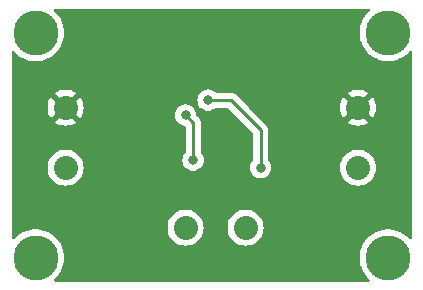
<source format=gbr>
%TF.GenerationSoftware,KiCad,Pcbnew,(6.0.10)*%
%TF.CreationDate,2023-01-28T16:26:22+05:30*%
%TF.ProjectId,protectionCkt,70726f74-6563-4746-996f-6e436b742e6b,rev?*%
%TF.SameCoordinates,Original*%
%TF.FileFunction,Copper,L2,Bot*%
%TF.FilePolarity,Positive*%
%FSLAX46Y46*%
G04 Gerber Fmt 4.6, Leading zero omitted, Abs format (unit mm)*
G04 Created by KiCad (PCBNEW (6.0.10)) date 2023-01-28 16:26:22*
%MOMM*%
%LPD*%
G01*
G04 APERTURE LIST*
%TA.AperFunction,ComponentPad*%
%ADD10C,3.800000*%
%TD*%
%TA.AperFunction,ComponentPad*%
%ADD11C,2.032000*%
%TD*%
%TA.AperFunction,ViaPad*%
%ADD12C,0.800000*%
%TD*%
%TA.AperFunction,Conductor*%
%ADD13C,0.250000*%
%TD*%
G04 APERTURE END LIST*
D10*
%TO.P,REF\u002A\u002A,1*%
%TO.N,N/C*%
X112395000Y-84455000D03*
%TD*%
%TO.P,REF\u002A\u002A,1*%
%TO.N,N/C*%
X142240000Y-103505000D03*
%TD*%
D11*
%TO.P,U5,1,1*%
%TO.N,Net-(C1-Pad2)*%
X139700000Y-95885000D03*
%TO.P,U5,2,2*%
%TO.N,GND*%
X139700000Y-90805000D03*
%TD*%
%TO.P,U1,1,1*%
%TO.N,VCC*%
X114935000Y-95885000D03*
%TO.P,U1,2,2*%
%TO.N,GND*%
X114935000Y-90805000D03*
%TD*%
D10*
%TO.P,REF\u002A\u002A,1*%
%TO.N,N/C*%
X112395000Y-103505000D03*
%TD*%
D11*
%TO.P,U2,1,1*%
%TO.N,Net-(U2-Pad1)*%
X125095000Y-100965000D03*
%TO.P,U2,2,2*%
%TO.N,unconnected-(U2-Pad2)*%
X130175000Y-100965000D03*
%TD*%
D10*
%TO.P,REF\u002A\u002A,1*%
%TO.N,N/C*%
X142240000Y-84455000D03*
%TD*%
D12*
%TO.N,Net-(U2-Pad1)*%
X127000000Y-90170000D03*
X131445000Y-95885000D03*
%TO.N,Net-(U3-Pad3)*%
X125730000Y-95250000D03*
X125095000Y-91440000D03*
%TD*%
D13*
%TO.N,Net-(U2-Pad1)*%
X127000000Y-90170000D02*
X128905000Y-90170000D01*
X128905000Y-90170000D02*
X131445000Y-92710000D01*
X131445000Y-92710000D02*
X131445000Y-95885000D01*
%TO.N,Net-(U3-Pad3)*%
X125730000Y-92075000D02*
X125730000Y-95250000D01*
X125095000Y-91440000D02*
X125730000Y-92075000D01*
%TD*%
%TA.AperFunction,Conductor*%
%TO.N,GND*%
G36*
X140634825Y-82443502D02*
G01*
X140681318Y-82497158D01*
X140691422Y-82567432D01*
X140661928Y-82632012D01*
X140652959Y-82641348D01*
X140480808Y-82803008D01*
X140287630Y-83036520D01*
X140125242Y-83292402D01*
X139996206Y-83566619D01*
X139902555Y-83854846D01*
X139845767Y-84152538D01*
X139826738Y-84455000D01*
X139845767Y-84757462D01*
X139902555Y-85055154D01*
X139996206Y-85343381D01*
X140125242Y-85617598D01*
X140287630Y-85873480D01*
X140480808Y-86106992D01*
X140701729Y-86314450D01*
X140946910Y-86492584D01*
X141212483Y-86638585D01*
X141216152Y-86640038D01*
X141216157Y-86640040D01*
X141490591Y-86748696D01*
X141494261Y-86750149D01*
X141787800Y-86825516D01*
X142088470Y-86863500D01*
X142391530Y-86863500D01*
X142692200Y-86825516D01*
X142985739Y-86750149D01*
X142989409Y-86748696D01*
X143263843Y-86640040D01*
X143263848Y-86640038D01*
X143267517Y-86638585D01*
X143533090Y-86492584D01*
X143778271Y-86314450D01*
X143999192Y-86106992D01*
X144048416Y-86047491D01*
X144107249Y-86007753D01*
X144178227Y-86006132D01*
X144238815Y-86043141D01*
X144269775Y-86107031D01*
X144271500Y-86127807D01*
X144271500Y-101832193D01*
X144251498Y-101900314D01*
X144197842Y-101946807D01*
X144127568Y-101956911D01*
X144062988Y-101927417D01*
X144048416Y-101912509D01*
X144001718Y-101856061D01*
X144001715Y-101856058D01*
X143999192Y-101853008D01*
X143778271Y-101645550D01*
X143533090Y-101467416D01*
X143267517Y-101321415D01*
X143263848Y-101319962D01*
X143263843Y-101319960D01*
X142989409Y-101211304D01*
X142989408Y-101211304D01*
X142985739Y-101209851D01*
X142692200Y-101134484D01*
X142391530Y-101096500D01*
X142088470Y-101096500D01*
X141787800Y-101134484D01*
X141494261Y-101209851D01*
X141490592Y-101211304D01*
X141490591Y-101211304D01*
X141216157Y-101319960D01*
X141216152Y-101319962D01*
X141212483Y-101321415D01*
X140946910Y-101467416D01*
X140701729Y-101645550D01*
X140480808Y-101853008D01*
X140287630Y-102086520D01*
X140125242Y-102342402D01*
X139996206Y-102616619D01*
X139902555Y-102904846D01*
X139845767Y-103202538D01*
X139826738Y-103505000D01*
X139845767Y-103807462D01*
X139902555Y-104105154D01*
X139996206Y-104393381D01*
X140125242Y-104667598D01*
X140287630Y-104923480D01*
X140480808Y-105156992D01*
X140483695Y-105159703D01*
X140652957Y-105318650D01*
X140688922Y-105379862D01*
X140686085Y-105450802D01*
X140645344Y-105508946D01*
X140579636Y-105535835D01*
X140566704Y-105536500D01*
X114068296Y-105536500D01*
X114000175Y-105516498D01*
X113953682Y-105462842D01*
X113943578Y-105392568D01*
X113973072Y-105327988D01*
X113982043Y-105318650D01*
X114151305Y-105159703D01*
X114154192Y-105156992D01*
X114347370Y-104923480D01*
X114509758Y-104667598D01*
X114638794Y-104393381D01*
X114732445Y-104105154D01*
X114789233Y-103807462D01*
X114808262Y-103505000D01*
X114789233Y-103202538D01*
X114732445Y-102904846D01*
X114638794Y-102616619D01*
X114509758Y-102342402D01*
X114347370Y-102086520D01*
X114154192Y-101853008D01*
X113933271Y-101645550D01*
X113688090Y-101467416D01*
X113422517Y-101321415D01*
X113418848Y-101319962D01*
X113418843Y-101319960D01*
X113144409Y-101211304D01*
X113144408Y-101211304D01*
X113140739Y-101209851D01*
X112847200Y-101134484D01*
X112546530Y-101096500D01*
X112243470Y-101096500D01*
X111942800Y-101134484D01*
X111649261Y-101209851D01*
X111645592Y-101211304D01*
X111645591Y-101211304D01*
X111371157Y-101319960D01*
X111371152Y-101319962D01*
X111367483Y-101321415D01*
X111101910Y-101467416D01*
X110856729Y-101645550D01*
X110635808Y-101853008D01*
X110633285Y-101856058D01*
X110633282Y-101856061D01*
X110586584Y-101912509D01*
X110527751Y-101952247D01*
X110456773Y-101953868D01*
X110396185Y-101916859D01*
X110365225Y-101852969D01*
X110363500Y-101832193D01*
X110363500Y-100965000D01*
X123565786Y-100965000D01*
X123584613Y-101204222D01*
X123585767Y-101209029D01*
X123585768Y-101209035D01*
X123585964Y-101209851D01*
X123640631Y-101437553D01*
X123642524Y-101442124D01*
X123642525Y-101442126D01*
X123727909Y-101648261D01*
X123732460Y-101659249D01*
X123857840Y-101863849D01*
X124013682Y-102046318D01*
X124196151Y-102202160D01*
X124400751Y-102327540D01*
X124405321Y-102329433D01*
X124405323Y-102329434D01*
X124617874Y-102417475D01*
X124622447Y-102419369D01*
X124704037Y-102438957D01*
X124850965Y-102474232D01*
X124850971Y-102474233D01*
X124855778Y-102475387D01*
X125095000Y-102494214D01*
X125334222Y-102475387D01*
X125339029Y-102474233D01*
X125339035Y-102474232D01*
X125485963Y-102438957D01*
X125567553Y-102419369D01*
X125572126Y-102417475D01*
X125784677Y-102329434D01*
X125784679Y-102329433D01*
X125789249Y-102327540D01*
X125993849Y-102202160D01*
X126176318Y-102046318D01*
X126332160Y-101863849D01*
X126457540Y-101659249D01*
X126462092Y-101648261D01*
X126547475Y-101442126D01*
X126547476Y-101442124D01*
X126549369Y-101437553D01*
X126604036Y-101209851D01*
X126604232Y-101209035D01*
X126604233Y-101209029D01*
X126605387Y-101204222D01*
X126624214Y-100965000D01*
X128645786Y-100965000D01*
X128664613Y-101204222D01*
X128665767Y-101209029D01*
X128665768Y-101209035D01*
X128665964Y-101209851D01*
X128720631Y-101437553D01*
X128722524Y-101442124D01*
X128722525Y-101442126D01*
X128807909Y-101648261D01*
X128812460Y-101659249D01*
X128937840Y-101863849D01*
X129093682Y-102046318D01*
X129276151Y-102202160D01*
X129480751Y-102327540D01*
X129485321Y-102329433D01*
X129485323Y-102329434D01*
X129697874Y-102417475D01*
X129702447Y-102419369D01*
X129784037Y-102438957D01*
X129930965Y-102474232D01*
X129930971Y-102474233D01*
X129935778Y-102475387D01*
X130175000Y-102494214D01*
X130414222Y-102475387D01*
X130419029Y-102474233D01*
X130419035Y-102474232D01*
X130565963Y-102438957D01*
X130647553Y-102419369D01*
X130652126Y-102417475D01*
X130864677Y-102329434D01*
X130864679Y-102329433D01*
X130869249Y-102327540D01*
X131073849Y-102202160D01*
X131256318Y-102046318D01*
X131412160Y-101863849D01*
X131537540Y-101659249D01*
X131542092Y-101648261D01*
X131627475Y-101442126D01*
X131627476Y-101442124D01*
X131629369Y-101437553D01*
X131684036Y-101209851D01*
X131684232Y-101209035D01*
X131684233Y-101209029D01*
X131685387Y-101204222D01*
X131704214Y-100965000D01*
X131685387Y-100725778D01*
X131684233Y-100720971D01*
X131684232Y-100720965D01*
X131630524Y-100497259D01*
X131629369Y-100492447D01*
X131537540Y-100270751D01*
X131412160Y-100066151D01*
X131256318Y-99883682D01*
X131073849Y-99727840D01*
X130869249Y-99602460D01*
X130864679Y-99600567D01*
X130864677Y-99600566D01*
X130652126Y-99512525D01*
X130652124Y-99512524D01*
X130647553Y-99510631D01*
X130565963Y-99491043D01*
X130419035Y-99455768D01*
X130419029Y-99455767D01*
X130414222Y-99454613D01*
X130175000Y-99435786D01*
X129935778Y-99454613D01*
X129930971Y-99455767D01*
X129930965Y-99455768D01*
X129784037Y-99491043D01*
X129702447Y-99510631D01*
X129697876Y-99512524D01*
X129697874Y-99512525D01*
X129485323Y-99600566D01*
X129485321Y-99600567D01*
X129480751Y-99602460D01*
X129276151Y-99727840D01*
X129093682Y-99883682D01*
X128937840Y-100066151D01*
X128812460Y-100270751D01*
X128720631Y-100492447D01*
X128719476Y-100497259D01*
X128665768Y-100720965D01*
X128665767Y-100720971D01*
X128664613Y-100725778D01*
X128645786Y-100965000D01*
X126624214Y-100965000D01*
X126605387Y-100725778D01*
X126604233Y-100720971D01*
X126604232Y-100720965D01*
X126550524Y-100497259D01*
X126549369Y-100492447D01*
X126457540Y-100270751D01*
X126332160Y-100066151D01*
X126176318Y-99883682D01*
X125993849Y-99727840D01*
X125789249Y-99602460D01*
X125784679Y-99600567D01*
X125784677Y-99600566D01*
X125572126Y-99512525D01*
X125572124Y-99512524D01*
X125567553Y-99510631D01*
X125485963Y-99491043D01*
X125339035Y-99455768D01*
X125339029Y-99455767D01*
X125334222Y-99454613D01*
X125095000Y-99435786D01*
X124855778Y-99454613D01*
X124850971Y-99455767D01*
X124850965Y-99455768D01*
X124704037Y-99491043D01*
X124622447Y-99510631D01*
X124617876Y-99512524D01*
X124617874Y-99512525D01*
X124405323Y-99600566D01*
X124405321Y-99600567D01*
X124400751Y-99602460D01*
X124196151Y-99727840D01*
X124013682Y-99883682D01*
X123857840Y-100066151D01*
X123732460Y-100270751D01*
X123640631Y-100492447D01*
X123639476Y-100497259D01*
X123585768Y-100720965D01*
X123585767Y-100720971D01*
X123584613Y-100725778D01*
X123565786Y-100965000D01*
X110363500Y-100965000D01*
X110363500Y-95885000D01*
X113405786Y-95885000D01*
X113424613Y-96124222D01*
X113425767Y-96129029D01*
X113425768Y-96129035D01*
X113432513Y-96157128D01*
X113480631Y-96357553D01*
X113482524Y-96362124D01*
X113482525Y-96362126D01*
X113567697Y-96567749D01*
X113572460Y-96579249D01*
X113697840Y-96783849D01*
X113853682Y-96966318D01*
X114036151Y-97122160D01*
X114240751Y-97247540D01*
X114245321Y-97249433D01*
X114245323Y-97249434D01*
X114457874Y-97337475D01*
X114462447Y-97339369D01*
X114544037Y-97358957D01*
X114690965Y-97394232D01*
X114690971Y-97394233D01*
X114695778Y-97395387D01*
X114935000Y-97414214D01*
X115174222Y-97395387D01*
X115179029Y-97394233D01*
X115179035Y-97394232D01*
X115325963Y-97358957D01*
X115407553Y-97339369D01*
X115412126Y-97337475D01*
X115624677Y-97249434D01*
X115624679Y-97249433D01*
X115629249Y-97247540D01*
X115833849Y-97122160D01*
X116016318Y-96966318D01*
X116172160Y-96783849D01*
X116297540Y-96579249D01*
X116302304Y-96567749D01*
X116387475Y-96362126D01*
X116387476Y-96362124D01*
X116389369Y-96357553D01*
X116437487Y-96157128D01*
X116444232Y-96129035D01*
X116444233Y-96129029D01*
X116445387Y-96124222D01*
X116464214Y-95885000D01*
X116445387Y-95645778D01*
X116444233Y-95640971D01*
X116444232Y-95640965D01*
X116397474Y-95446206D01*
X116389369Y-95412447D01*
X116322082Y-95250000D01*
X116299434Y-95195323D01*
X116299433Y-95195321D01*
X116297540Y-95190751D01*
X116172160Y-94986151D01*
X116016318Y-94803682D01*
X115833849Y-94647840D01*
X115629249Y-94522460D01*
X115624679Y-94520567D01*
X115624677Y-94520566D01*
X115412126Y-94432525D01*
X115412124Y-94432524D01*
X115407553Y-94430631D01*
X115325963Y-94411043D01*
X115179035Y-94375768D01*
X115179029Y-94375767D01*
X115174222Y-94374613D01*
X114935000Y-94355786D01*
X114695778Y-94374613D01*
X114690971Y-94375767D01*
X114690965Y-94375768D01*
X114544037Y-94411043D01*
X114462447Y-94430631D01*
X114457876Y-94432524D01*
X114457874Y-94432525D01*
X114245323Y-94520566D01*
X114245321Y-94520567D01*
X114240751Y-94522460D01*
X114036151Y-94647840D01*
X113853682Y-94803682D01*
X113697840Y-94986151D01*
X113572460Y-95190751D01*
X113570567Y-95195321D01*
X113570566Y-95195323D01*
X113547918Y-95250000D01*
X113480631Y-95412447D01*
X113472526Y-95446206D01*
X113425768Y-95640965D01*
X113425767Y-95640971D01*
X113424613Y-95645778D01*
X113405786Y-95885000D01*
X110363500Y-95885000D01*
X110363500Y-92049306D01*
X114055524Y-92049306D01*
X114061251Y-92056956D01*
X114236759Y-92164507D01*
X114245553Y-92168988D01*
X114458029Y-92256998D01*
X114467414Y-92260047D01*
X114691044Y-92313737D01*
X114700791Y-92315280D01*
X114930070Y-92333325D01*
X114939930Y-92333325D01*
X115169209Y-92315280D01*
X115178956Y-92313737D01*
X115402586Y-92260047D01*
X115411971Y-92256998D01*
X115624447Y-92168988D01*
X115633241Y-92164507D01*
X115805083Y-92059203D01*
X115814543Y-92048747D01*
X115810759Y-92039969D01*
X114947812Y-91177022D01*
X114933868Y-91169408D01*
X114932035Y-91169539D01*
X114925420Y-91173790D01*
X114062284Y-92036926D01*
X114055524Y-92049306D01*
X110363500Y-92049306D01*
X110363500Y-90809930D01*
X113406675Y-90809930D01*
X113424720Y-91039209D01*
X113426263Y-91048956D01*
X113479953Y-91272586D01*
X113483002Y-91281971D01*
X113571012Y-91494447D01*
X113575493Y-91503241D01*
X113680797Y-91675083D01*
X113691253Y-91684543D01*
X113700031Y-91680759D01*
X114562978Y-90817812D01*
X114569356Y-90806132D01*
X115299408Y-90806132D01*
X115299539Y-90807965D01*
X115303790Y-90814580D01*
X116166926Y-91677716D01*
X116179306Y-91684476D01*
X116186956Y-91678749D01*
X116294507Y-91503241D01*
X116298988Y-91494447D01*
X116321541Y-91440000D01*
X124181496Y-91440000D01*
X124182186Y-91446565D01*
X124187219Y-91494447D01*
X124201458Y-91629928D01*
X124260473Y-91811556D01*
X124355960Y-91976944D01*
X124360378Y-91981851D01*
X124360379Y-91981852D01*
X124421115Y-92049306D01*
X124483747Y-92118866D01*
X124638248Y-92231118D01*
X124644276Y-92233802D01*
X124644278Y-92233803D01*
X124802647Y-92304313D01*
X124812712Y-92308794D01*
X124996698Y-92347902D01*
X125059170Y-92381629D01*
X125093492Y-92443779D01*
X125096500Y-92471148D01*
X125096500Y-94547476D01*
X125076498Y-94615597D01*
X125064142Y-94631779D01*
X124990960Y-94713056D01*
X124895473Y-94878444D01*
X124836458Y-95060072D01*
X124816496Y-95250000D01*
X124817186Y-95256565D01*
X124833570Y-95412447D01*
X124836458Y-95439928D01*
X124895473Y-95621556D01*
X124898776Y-95627278D01*
X124898777Y-95627279D01*
X124912306Y-95650712D01*
X124990960Y-95786944D01*
X125118747Y-95928866D01*
X125273248Y-96041118D01*
X125279276Y-96043802D01*
X125279278Y-96043803D01*
X125441681Y-96116109D01*
X125447712Y-96118794D01*
X125541112Y-96138647D01*
X125628056Y-96157128D01*
X125628061Y-96157128D01*
X125634513Y-96158500D01*
X125825487Y-96158500D01*
X125831939Y-96157128D01*
X125831944Y-96157128D01*
X125918887Y-96138647D01*
X126012288Y-96118794D01*
X126018319Y-96116109D01*
X126180722Y-96043803D01*
X126180724Y-96043802D01*
X126186752Y-96041118D01*
X126341253Y-95928866D01*
X126469040Y-95786944D01*
X126547694Y-95650712D01*
X126561223Y-95627279D01*
X126561224Y-95627278D01*
X126564527Y-95621556D01*
X126623542Y-95439928D01*
X126626431Y-95412447D01*
X126642814Y-95256565D01*
X126643504Y-95250000D01*
X126623542Y-95060072D01*
X126564527Y-94878444D01*
X126469040Y-94713056D01*
X126395863Y-94631785D01*
X126365147Y-94567779D01*
X126363500Y-94547476D01*
X126363500Y-92153768D01*
X126364027Y-92142585D01*
X126365702Y-92135092D01*
X126363562Y-92067001D01*
X126363500Y-92063044D01*
X126363500Y-92035144D01*
X126362996Y-92031153D01*
X126362063Y-92019311D01*
X126360923Y-91983036D01*
X126360674Y-91975111D01*
X126355021Y-91955652D01*
X126351012Y-91936293D01*
X126350846Y-91934983D01*
X126348474Y-91916203D01*
X126345558Y-91908837D01*
X126345556Y-91908831D01*
X126332200Y-91875098D01*
X126328355Y-91863868D01*
X126318230Y-91829017D01*
X126318230Y-91829016D01*
X126316019Y-91821407D01*
X126305705Y-91803966D01*
X126297008Y-91786213D01*
X126292472Y-91774758D01*
X126289552Y-91767383D01*
X126263563Y-91731612D01*
X126257047Y-91721692D01*
X126238578Y-91690463D01*
X126234542Y-91683638D01*
X126220221Y-91669317D01*
X126207380Y-91654283D01*
X126200132Y-91644307D01*
X126195472Y-91637893D01*
X126161401Y-91609707D01*
X126152622Y-91601718D01*
X126042122Y-91491218D01*
X126008096Y-91428906D01*
X126005907Y-91415293D01*
X125989232Y-91256635D01*
X125989232Y-91256633D01*
X125988542Y-91250072D01*
X125929527Y-91068444D01*
X125834040Y-90903056D01*
X125788744Y-90852749D01*
X125710675Y-90766045D01*
X125710674Y-90766044D01*
X125706253Y-90761134D01*
X125551752Y-90648882D01*
X125545724Y-90646198D01*
X125545722Y-90646197D01*
X125383319Y-90573891D01*
X125383318Y-90573891D01*
X125377288Y-90571206D01*
X125264721Y-90547279D01*
X125196944Y-90532872D01*
X125196939Y-90532872D01*
X125190487Y-90531500D01*
X124999513Y-90531500D01*
X124993061Y-90532872D01*
X124993056Y-90532872D01*
X124925279Y-90547279D01*
X124812712Y-90571206D01*
X124806682Y-90573891D01*
X124806681Y-90573891D01*
X124644278Y-90646197D01*
X124644276Y-90646198D01*
X124638248Y-90648882D01*
X124483747Y-90761134D01*
X124479326Y-90766044D01*
X124479325Y-90766045D01*
X124401257Y-90852749D01*
X124355960Y-90903056D01*
X124260473Y-91068444D01*
X124201458Y-91250072D01*
X124181496Y-91440000D01*
X116321541Y-91440000D01*
X116386998Y-91281971D01*
X116390047Y-91272586D01*
X116443737Y-91048956D01*
X116445280Y-91039209D01*
X116463325Y-90809930D01*
X116463325Y-90800070D01*
X116445280Y-90570791D01*
X116443737Y-90561044D01*
X116390047Y-90337414D01*
X116386998Y-90328029D01*
X116321541Y-90170000D01*
X126086496Y-90170000D01*
X126106458Y-90359928D01*
X126165473Y-90541556D01*
X126260960Y-90706944D01*
X126265378Y-90711851D01*
X126265379Y-90711852D01*
X126353689Y-90809930D01*
X126388747Y-90848866D01*
X126543248Y-90961118D01*
X126549276Y-90963802D01*
X126549278Y-90963803D01*
X126711681Y-91036109D01*
X126717712Y-91038794D01*
X126811113Y-91058647D01*
X126898056Y-91077128D01*
X126898061Y-91077128D01*
X126904513Y-91078500D01*
X127095487Y-91078500D01*
X127101939Y-91077128D01*
X127101944Y-91077128D01*
X127188888Y-91058647D01*
X127282288Y-91038794D01*
X127288319Y-91036109D01*
X127450722Y-90963803D01*
X127450724Y-90963802D01*
X127456752Y-90961118D01*
X127543423Y-90898148D01*
X127589671Y-90864546D01*
X127611253Y-90848866D01*
X127615668Y-90843963D01*
X127620580Y-90839540D01*
X127621705Y-90840789D01*
X127675014Y-90807949D01*
X127708200Y-90803500D01*
X128590406Y-90803500D01*
X128658527Y-90823502D01*
X128679501Y-90840405D01*
X130774595Y-92935499D01*
X130808621Y-92997811D01*
X130811500Y-93024594D01*
X130811500Y-95182476D01*
X130791498Y-95250597D01*
X130779142Y-95266779D01*
X130705960Y-95348056D01*
X130610473Y-95513444D01*
X130551458Y-95695072D01*
X130531496Y-95885000D01*
X130532186Y-95891565D01*
X130548187Y-96043803D01*
X130551458Y-96074928D01*
X130610473Y-96256556D01*
X130705960Y-96421944D01*
X130833747Y-96563866D01*
X130988248Y-96676118D01*
X130994276Y-96678802D01*
X130994278Y-96678803D01*
X131156681Y-96751109D01*
X131162712Y-96753794D01*
X131256112Y-96773647D01*
X131343056Y-96792128D01*
X131343061Y-96792128D01*
X131349513Y-96793500D01*
X131540487Y-96793500D01*
X131546939Y-96792128D01*
X131546944Y-96792128D01*
X131633888Y-96773647D01*
X131727288Y-96753794D01*
X131733319Y-96751109D01*
X131895722Y-96678803D01*
X131895724Y-96678802D01*
X131901752Y-96676118D01*
X132056253Y-96563866D01*
X132184040Y-96421944D01*
X132279527Y-96256556D01*
X132338542Y-96074928D01*
X132341814Y-96043803D01*
X132357814Y-95891565D01*
X132358504Y-95885000D01*
X138170786Y-95885000D01*
X138189613Y-96124222D01*
X138190767Y-96129029D01*
X138190768Y-96129035D01*
X138197513Y-96157128D01*
X138245631Y-96357553D01*
X138247524Y-96362124D01*
X138247525Y-96362126D01*
X138332697Y-96567749D01*
X138337460Y-96579249D01*
X138462840Y-96783849D01*
X138618682Y-96966318D01*
X138801151Y-97122160D01*
X139005751Y-97247540D01*
X139010321Y-97249433D01*
X139010323Y-97249434D01*
X139222874Y-97337475D01*
X139227447Y-97339369D01*
X139309037Y-97358957D01*
X139455965Y-97394232D01*
X139455971Y-97394233D01*
X139460778Y-97395387D01*
X139700000Y-97414214D01*
X139939222Y-97395387D01*
X139944029Y-97394233D01*
X139944035Y-97394232D01*
X140090963Y-97358957D01*
X140172553Y-97339369D01*
X140177126Y-97337475D01*
X140389677Y-97249434D01*
X140389679Y-97249433D01*
X140394249Y-97247540D01*
X140598849Y-97122160D01*
X140781318Y-96966318D01*
X140937160Y-96783849D01*
X141062540Y-96579249D01*
X141067304Y-96567749D01*
X141152475Y-96362126D01*
X141152476Y-96362124D01*
X141154369Y-96357553D01*
X141202487Y-96157128D01*
X141209232Y-96129035D01*
X141209233Y-96129029D01*
X141210387Y-96124222D01*
X141229214Y-95885000D01*
X141210387Y-95645778D01*
X141209233Y-95640971D01*
X141209232Y-95640965D01*
X141162474Y-95446206D01*
X141154369Y-95412447D01*
X141087082Y-95250000D01*
X141064434Y-95195323D01*
X141064433Y-95195321D01*
X141062540Y-95190751D01*
X140937160Y-94986151D01*
X140781318Y-94803682D01*
X140598849Y-94647840D01*
X140394249Y-94522460D01*
X140389679Y-94520567D01*
X140389677Y-94520566D01*
X140177126Y-94432525D01*
X140177124Y-94432524D01*
X140172553Y-94430631D01*
X140090963Y-94411043D01*
X139944035Y-94375768D01*
X139944029Y-94375767D01*
X139939222Y-94374613D01*
X139700000Y-94355786D01*
X139460778Y-94374613D01*
X139455971Y-94375767D01*
X139455965Y-94375768D01*
X139309037Y-94411043D01*
X139227447Y-94430631D01*
X139222876Y-94432524D01*
X139222874Y-94432525D01*
X139010323Y-94520566D01*
X139010321Y-94520567D01*
X139005751Y-94522460D01*
X138801151Y-94647840D01*
X138618682Y-94803682D01*
X138462840Y-94986151D01*
X138337460Y-95190751D01*
X138335567Y-95195321D01*
X138335566Y-95195323D01*
X138312918Y-95250000D01*
X138245631Y-95412447D01*
X138237526Y-95446206D01*
X138190768Y-95640965D01*
X138190767Y-95640971D01*
X138189613Y-95645778D01*
X138170786Y-95885000D01*
X132358504Y-95885000D01*
X132338542Y-95695072D01*
X132279527Y-95513444D01*
X132184040Y-95348056D01*
X132110863Y-95266785D01*
X132080147Y-95202779D01*
X132078500Y-95182476D01*
X132078500Y-92788763D01*
X132079027Y-92777579D01*
X132080701Y-92770091D01*
X132078562Y-92702032D01*
X132078500Y-92698075D01*
X132078500Y-92670144D01*
X132077994Y-92666138D01*
X132077061Y-92654292D01*
X132075922Y-92618037D01*
X132075673Y-92610110D01*
X132070022Y-92590658D01*
X132066014Y-92571306D01*
X132064468Y-92559068D01*
X132064467Y-92559066D01*
X132063474Y-92551203D01*
X132047194Y-92510086D01*
X132043359Y-92498885D01*
X132031018Y-92456406D01*
X132026985Y-92449587D01*
X132026983Y-92449582D01*
X132020707Y-92438971D01*
X132012010Y-92421221D01*
X132004552Y-92402383D01*
X131978571Y-92366623D01*
X131972053Y-92356701D01*
X131953578Y-92325460D01*
X131953574Y-92325455D01*
X131949542Y-92318637D01*
X131935218Y-92304313D01*
X131922376Y-92289278D01*
X131910472Y-92272893D01*
X131876406Y-92244711D01*
X131867627Y-92236722D01*
X131680211Y-92049306D01*
X138820524Y-92049306D01*
X138826251Y-92056956D01*
X139001759Y-92164507D01*
X139010553Y-92168988D01*
X139223029Y-92256998D01*
X139232414Y-92260047D01*
X139456044Y-92313737D01*
X139465791Y-92315280D01*
X139695070Y-92333325D01*
X139704930Y-92333325D01*
X139934209Y-92315280D01*
X139943956Y-92313737D01*
X140167586Y-92260047D01*
X140176971Y-92256998D01*
X140389447Y-92168988D01*
X140398241Y-92164507D01*
X140570083Y-92059203D01*
X140579543Y-92048747D01*
X140575759Y-92039969D01*
X139712812Y-91177022D01*
X139698868Y-91169408D01*
X139697035Y-91169539D01*
X139690420Y-91173790D01*
X138827284Y-92036926D01*
X138820524Y-92049306D01*
X131680211Y-92049306D01*
X130440835Y-90809930D01*
X138171675Y-90809930D01*
X138189720Y-91039209D01*
X138191263Y-91048956D01*
X138244953Y-91272586D01*
X138248002Y-91281971D01*
X138336012Y-91494447D01*
X138340493Y-91503241D01*
X138445797Y-91675083D01*
X138456253Y-91684543D01*
X138465031Y-91680759D01*
X139327978Y-90817812D01*
X139334356Y-90806132D01*
X140064408Y-90806132D01*
X140064539Y-90807965D01*
X140068790Y-90814580D01*
X140931926Y-91677716D01*
X140944306Y-91684476D01*
X140951956Y-91678749D01*
X141059507Y-91503241D01*
X141063988Y-91494447D01*
X141151998Y-91281971D01*
X141155047Y-91272586D01*
X141208737Y-91048956D01*
X141210280Y-91039209D01*
X141228325Y-90809930D01*
X141228325Y-90800070D01*
X141210280Y-90570791D01*
X141208737Y-90561044D01*
X141155047Y-90337414D01*
X141151998Y-90328029D01*
X141063988Y-90115553D01*
X141059507Y-90106759D01*
X140954203Y-89934917D01*
X140943747Y-89925457D01*
X140934969Y-89929241D01*
X140072022Y-90792188D01*
X140064408Y-90806132D01*
X139334356Y-90806132D01*
X139335592Y-90803868D01*
X139335461Y-90802035D01*
X139331210Y-90795420D01*
X138468074Y-89932284D01*
X138455694Y-89925524D01*
X138448044Y-89931251D01*
X138340493Y-90106759D01*
X138336012Y-90115553D01*
X138248002Y-90328029D01*
X138244953Y-90337414D01*
X138191263Y-90561044D01*
X138189720Y-90570791D01*
X138171675Y-90800070D01*
X138171675Y-90809930D01*
X130440835Y-90809930D01*
X129408652Y-89777747D01*
X129401112Y-89769461D01*
X129397000Y-89762982D01*
X129347348Y-89716356D01*
X129344507Y-89713602D01*
X129324770Y-89693865D01*
X129321573Y-89691385D01*
X129312551Y-89683680D01*
X129286100Y-89658841D01*
X129280321Y-89653414D01*
X129273375Y-89649595D01*
X129273372Y-89649593D01*
X129262566Y-89643652D01*
X129246047Y-89632801D01*
X129240048Y-89628148D01*
X129230041Y-89620386D01*
X129222772Y-89617241D01*
X129222768Y-89617238D01*
X129189463Y-89602826D01*
X129178813Y-89597609D01*
X129140060Y-89576305D01*
X129120437Y-89571267D01*
X129101734Y-89564863D01*
X129093392Y-89561253D01*
X138820457Y-89561253D01*
X138824241Y-89570031D01*
X139687188Y-90432978D01*
X139701132Y-90440592D01*
X139702965Y-90440461D01*
X139709580Y-90436210D01*
X140572716Y-89573074D01*
X140579476Y-89560694D01*
X140573749Y-89553044D01*
X140398241Y-89445493D01*
X140389447Y-89441012D01*
X140176971Y-89353002D01*
X140167586Y-89349953D01*
X139943956Y-89296263D01*
X139934209Y-89294720D01*
X139704930Y-89276675D01*
X139695070Y-89276675D01*
X139465791Y-89294720D01*
X139456044Y-89296263D01*
X139232414Y-89349953D01*
X139223029Y-89353002D01*
X139010553Y-89441012D01*
X139001759Y-89445493D01*
X138829917Y-89550797D01*
X138820457Y-89561253D01*
X129093392Y-89561253D01*
X129090420Y-89559967D01*
X129090419Y-89559967D01*
X129083145Y-89556819D01*
X129075322Y-89555580D01*
X129075312Y-89555577D01*
X129039476Y-89549901D01*
X129027856Y-89547495D01*
X128992711Y-89538472D01*
X128992710Y-89538472D01*
X128985030Y-89536500D01*
X128964776Y-89536500D01*
X128945065Y-89534949D01*
X128932886Y-89533020D01*
X128925057Y-89531780D01*
X128917165Y-89532526D01*
X128881039Y-89535941D01*
X128869181Y-89536500D01*
X127708200Y-89536500D01*
X127640079Y-89516498D01*
X127620853Y-89500157D01*
X127620580Y-89500460D01*
X127615668Y-89496037D01*
X127611253Y-89491134D01*
X127456752Y-89378882D01*
X127450724Y-89376198D01*
X127450722Y-89376197D01*
X127288319Y-89303891D01*
X127288318Y-89303891D01*
X127282288Y-89301206D01*
X127188887Y-89281353D01*
X127101944Y-89262872D01*
X127101939Y-89262872D01*
X127095487Y-89261500D01*
X126904513Y-89261500D01*
X126898061Y-89262872D01*
X126898056Y-89262872D01*
X126811113Y-89281353D01*
X126717712Y-89301206D01*
X126711682Y-89303891D01*
X126711681Y-89303891D01*
X126549278Y-89376197D01*
X126549276Y-89376198D01*
X126543248Y-89378882D01*
X126388747Y-89491134D01*
X126384326Y-89496044D01*
X126384325Y-89496045D01*
X126275203Y-89617238D01*
X126260960Y-89633056D01*
X126165473Y-89798444D01*
X126106458Y-89980072D01*
X126105768Y-89986633D01*
X126105768Y-89986635D01*
X126087186Y-90163435D01*
X126086496Y-90170000D01*
X116321541Y-90170000D01*
X116298988Y-90115553D01*
X116294507Y-90106759D01*
X116189203Y-89934917D01*
X116178747Y-89925457D01*
X116169969Y-89929241D01*
X115307022Y-90792188D01*
X115299408Y-90806132D01*
X114569356Y-90806132D01*
X114570592Y-90803868D01*
X114570461Y-90802035D01*
X114566210Y-90795420D01*
X113703074Y-89932284D01*
X113690694Y-89925524D01*
X113683044Y-89931251D01*
X113575493Y-90106759D01*
X113571012Y-90115553D01*
X113483002Y-90328029D01*
X113479953Y-90337414D01*
X113426263Y-90561044D01*
X113424720Y-90570791D01*
X113406675Y-90800070D01*
X113406675Y-90809930D01*
X110363500Y-90809930D01*
X110363500Y-89561253D01*
X114055457Y-89561253D01*
X114059241Y-89570031D01*
X114922188Y-90432978D01*
X114936132Y-90440592D01*
X114937965Y-90440461D01*
X114944580Y-90436210D01*
X115807716Y-89573074D01*
X115814476Y-89560694D01*
X115808749Y-89553044D01*
X115633241Y-89445493D01*
X115624447Y-89441012D01*
X115411971Y-89353002D01*
X115402586Y-89349953D01*
X115178956Y-89296263D01*
X115169209Y-89294720D01*
X114939930Y-89276675D01*
X114930070Y-89276675D01*
X114700791Y-89294720D01*
X114691044Y-89296263D01*
X114467414Y-89349953D01*
X114458029Y-89353002D01*
X114245553Y-89441012D01*
X114236759Y-89445493D01*
X114064917Y-89550797D01*
X114055457Y-89561253D01*
X110363500Y-89561253D01*
X110363500Y-86127807D01*
X110383502Y-86059686D01*
X110437158Y-86013193D01*
X110507432Y-86003089D01*
X110572012Y-86032583D01*
X110586584Y-86047491D01*
X110635808Y-86106992D01*
X110856729Y-86314450D01*
X111101910Y-86492584D01*
X111367483Y-86638585D01*
X111371152Y-86640038D01*
X111371157Y-86640040D01*
X111645591Y-86748696D01*
X111649261Y-86750149D01*
X111942800Y-86825516D01*
X112243470Y-86863500D01*
X112546530Y-86863500D01*
X112847200Y-86825516D01*
X113140739Y-86750149D01*
X113144409Y-86748696D01*
X113418843Y-86640040D01*
X113418848Y-86640038D01*
X113422517Y-86638585D01*
X113688090Y-86492584D01*
X113933271Y-86314450D01*
X114154192Y-86106992D01*
X114347370Y-85873480D01*
X114509758Y-85617598D01*
X114638794Y-85343381D01*
X114732445Y-85055154D01*
X114789233Y-84757462D01*
X114808262Y-84455000D01*
X114789233Y-84152538D01*
X114732445Y-83854846D01*
X114638794Y-83566619D01*
X114509758Y-83292402D01*
X114347370Y-83036520D01*
X114154192Y-82803008D01*
X113982043Y-82641350D01*
X113946078Y-82580138D01*
X113948915Y-82509198D01*
X113989656Y-82451054D01*
X114055364Y-82424165D01*
X114068296Y-82423500D01*
X140566704Y-82423500D01*
X140634825Y-82443502D01*
G37*
%TD.AperFunction*%
%TD*%
M02*

</source>
